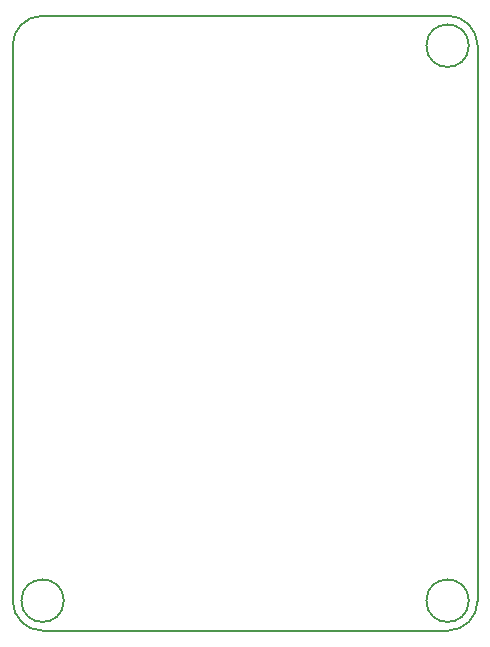
<source format=gbr>
G04 #@! TF.FileFunction,Profile,NP*
%FSLAX46Y46*%
G04 Gerber Fmt 4.6, Leading zero omitted, Abs format (unit mm)*
G04 Created by KiCad (PCBNEW 4.0.4-stable) date 10/14/18 22:48:43*
%MOMM*%
%LPD*%
G01*
G04 APERTURE LIST*
%ADD10C,0.100000*%
%ADD11C,0.150000*%
G04 APERTURE END LIST*
D10*
D11*
X154196051Y-43180000D02*
G75*
G03X154196051Y-43180000I-1796051J0D01*
G01*
X154196051Y-90170000D02*
G75*
G03X154196051Y-90170000I-1796051J0D01*
G01*
X119906051Y-90170000D02*
G75*
G03X119906051Y-90170000I-1796051J0D01*
G01*
X152400000Y-92710000D02*
G75*
G03X154940000Y-90170000I0J2540000D01*
G01*
X154940000Y-43180000D02*
G75*
G03X152400000Y-40640000I-2540000J0D01*
G01*
X118110000Y-40640000D02*
G75*
G03X115570000Y-43180000I0J-2540000D01*
G01*
X115570000Y-90170000D02*
G75*
G03X118110000Y-92710000I2540000J0D01*
G01*
X152400000Y-92710000D02*
X118110000Y-92710000D01*
X154940000Y-43180000D02*
X154940000Y-90170000D01*
X118110000Y-40640000D02*
X152400000Y-40640000D01*
X115570000Y-43180000D02*
X115570000Y-90170000D01*
M02*

</source>
